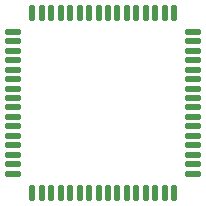
<source format=gtp>
G04 Layer_Color=8421504*
%FSLAX25Y25*%
%MOIN*%
G70*
G01*
G75*
%ADD10O,0.02165X0.05709*%
%ADD11O,0.05709X0.02165*%
D10*
X405906Y394882D02*
D03*
X402756D02*
D03*
X399606D02*
D03*
X396457D02*
D03*
X393307D02*
D03*
X390157D02*
D03*
X387008D02*
D03*
X383858D02*
D03*
X380709D02*
D03*
X377559D02*
D03*
X374409D02*
D03*
X371260D02*
D03*
X368110D02*
D03*
X364961D02*
D03*
X361811D02*
D03*
X358661D02*
D03*
Y335039D02*
D03*
X361811D02*
D03*
X364961D02*
D03*
X368110D02*
D03*
X371260D02*
D03*
X374409D02*
D03*
X377559D02*
D03*
X380709D02*
D03*
X383858D02*
D03*
X387008D02*
D03*
X390157D02*
D03*
X393307D02*
D03*
X396457D02*
D03*
X399606D02*
D03*
X402756D02*
D03*
X405906D02*
D03*
D11*
X352362Y388583D02*
D03*
Y385433D02*
D03*
Y382283D02*
D03*
Y379134D02*
D03*
Y375984D02*
D03*
Y372835D02*
D03*
Y369685D02*
D03*
Y366535D02*
D03*
Y363386D02*
D03*
Y360236D02*
D03*
Y357087D02*
D03*
Y353937D02*
D03*
Y350787D02*
D03*
Y347638D02*
D03*
Y344488D02*
D03*
Y341339D02*
D03*
X412205D02*
D03*
Y344488D02*
D03*
Y347638D02*
D03*
Y350787D02*
D03*
Y353937D02*
D03*
Y357087D02*
D03*
Y360236D02*
D03*
Y363386D02*
D03*
Y366535D02*
D03*
Y369685D02*
D03*
Y372835D02*
D03*
Y375984D02*
D03*
Y379134D02*
D03*
Y382283D02*
D03*
Y385433D02*
D03*
Y388583D02*
D03*
M02*

</source>
